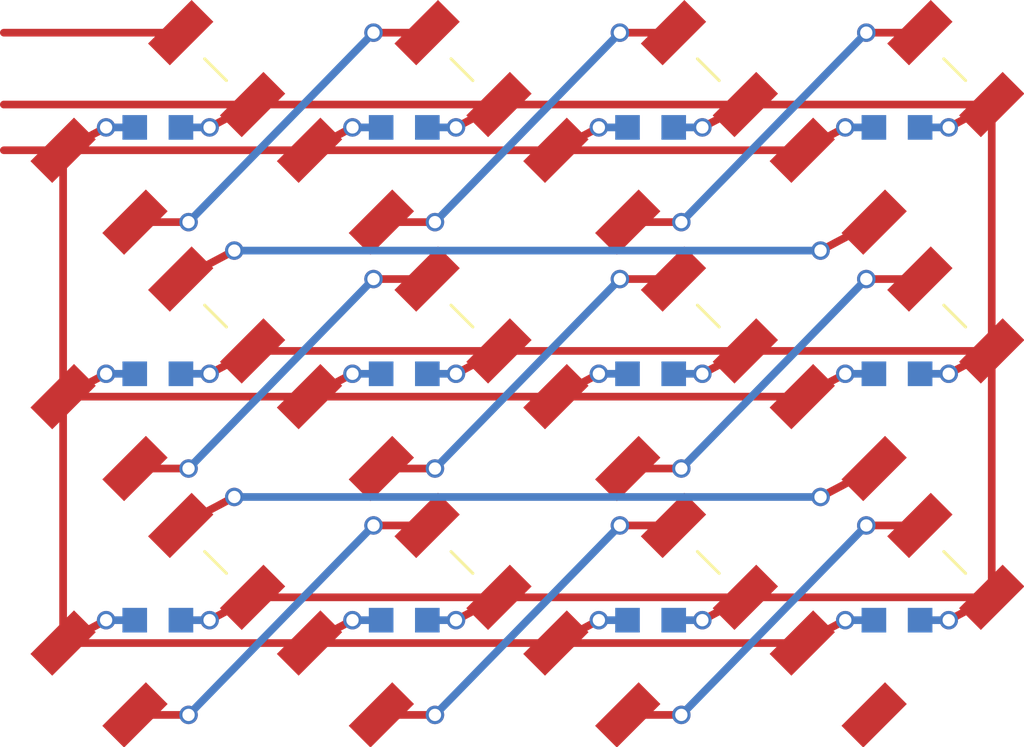
<source format=kicad_pcb>
(kicad_pcb (version 4) (host pcbnew 4.0.7-e2-6376~58~ubuntu16.04.1)

  (general
    (links 0)
    (no_connects 0)
    (area 150 100 180 100)
    (thickness 1.6)
    (drawings 2)
    (tracks 0)
    (zones 0)
    (modules 0)
    (nets 28)
  )

  (page A4)
  (layers
    (0 F.Cu signal)
    (31 B.Cu signal)
    (32 B.Adhes user)
    (33 F.Adhes user)
    (34 B.Paste user)
    (35 F.Paste user)
    (36 B.SilkS user)
    (37 F.SilkS user)
    (38 B.Mask user)
    (39 F.Mask user)
    (40 Dwgs.User user)
    (41 Cmts.User user)
    (42 Eco1.User user)
    (43 Eco2.User user)
    (44 Edge.Cuts user)
    (45 Margin user)
    (46 B.CrtYd user)
    (47 F.CrtYd user)
    (48 B.Fab user)
    (49 F.Fab user)
  )

  (setup
    (last_trace_width 0.25)
    (trace_clearance 0.2)
    (zone_clearance 0.508)
    (zone_45_only no)
    (trace_min 0.2)
    (segment_width 0.2)
    (edge_width 0.15)
    (via_size 0.6)
    (via_drill 0.4)
    (via_min_size 0.4)
    (via_min_drill 0.3)
    (uvia_size 0.3)
    (uvia_drill 0.1)
    (uvias_allowed no)
    (uvia_min_size 0.2)
    (uvia_min_drill 0.1)
    (pcb_text_width 0.3)
    (pcb_text_size 1.5 1.5)
    (mod_edge_width 0.15)
    (mod_text_size 1 1)
    (mod_text_width 0.15)
    (pad_size 1.524 1.524)
    (pad_drill 0.762)
    (pad_to_mask_clearance 0.2)
    (aux_axis_origin 0 0)
    (visible_elements FFFFFF7F)
    (pcbplotparams
      (layerselection 0x00030_80000001)
      (usegerberextensions false)
      (excludeedgelayer true)
      (linewidth 0.150000)
      (plotframeref false)
      (viasonmask false)
      (mode 1)
      (useauxorigin false)
      (hpglpennumber 1)
      (hpglpenspeed 20)
      (hpglpendiameter 15)
      (hpglpenoverlay 2)
      (psnegative false)
      (psa4output false)
      (plotreference true)
      (plotvalue true)
      (plotinvisibletext false)
      (padsonsilk false)
      (subtractmaskfromsilk false)
      (outputformat 1)
      (mirror false)
      (drillshape 1)
      (scaleselection 1)
      (outputdirectory ""))
  )

  (net 0 "")
  (net 1 gnd)
  (net 2 vcc)
  (net 3 io00)
  (net 4 io01)
  (net 5 io02)
  (net 6 io03)
  (net 7 io04)
  (net 8 io05)
  (net 9 io06)
  (net 10 io07)
  (net 11 io08)
  (net 12 io09)
  (net 13 io10)
  (net 14 io11)
  (net 15 io12)
  (net 16 io13)
  (net 17 io14)
  (net 18 io15)
  (net 19 io16)
  (net 20 io17)
  (net 21 io18)
  (net 22 io19)
  (net 23 io20)
  (net 24 io21)
  (net 25 io22)
  (net 26 io23)
  (net 27 io24)

  (net_class Default "This is the default net class."
    (clearance 0.2)
    (trace_width 0.25)
    (via_dia 0.6)
    (via_drill 0.4)
    (uvia_dia 0.3)
    (uvia_drill 0.1)
  )

(module 00_my_modules:WS2812b (layer F.Cu) (tedit 5EB4DDC7) (tstamp 5EB4E6F6)
  (at  150.00000  100.00000 45)
  (fp_line (start -2.5 -2.5) (end 2.5 -2.5) (layer F.CrtYd) (width 0.01))
  (fp_line (start -2.5 2.5) (end 2.5 2.5) (layer F.CrtYd) (width 0.01))
  (fp_line (start -2.5 -2.5) (end -2.5 2.5) (layer F.CrtYd) (width 0.01))
  (fp_line (start 2.5 -2.5) (end 2.5 2.5) (layer F.CrtYd) (width 0.01))
  (fp_line (start 1.5 2.5) (end 2.5 1.5) (layer F.CrtYd) (width 0.01))
  (fp_line (start 2.65 0.5) (end 2.65 -0.5) (layer F.SilkS) (width 0.1))
  (pad VCC smd rect (at -2.7 -1.65 45) (size 2 1) (layers F.Cu F.Paste F.Mask)  (net 2 vcc))
  (pad OUT smd rect (at -2.7 1.65 45) (size 2 1) (layers F.Cu F.Paste F.Mask)(net 4 io01))
  (pad GND smd rect (at 2.7 1.65 45) (size 2 1) (layers F.Cu F.Paste F.Mask)  (net 1 gnd))
  (pad IN smd rect (at 2.7 -1.65 45) (size 2 1) (layers F.Cu F.Paste F.Mask)(net 3 io00))
)
(module 00_my_modules:C_0603 (layer B.Cu) (tedit 5415CC62) (tstamp 5EB4EA02)
  (at  150.00000  100.00000)
  (fp_line (start -1.2 0.45) (end 1.2 0.45) (layer B.CrtYd) (width 0.01))
  (fp_line (start -1.2 -0.45) (end 1.2 -0.45) (layer B.CrtYd) (width 0.01))
  (fp_line (start -1.2 0.45) (end -1.2 -0.45) (layer B.CrtYd) (width 0.01))
  (fp_line (start 1.2 0.45) (end 1.2 -0.45) (layer B.CrtYd) (width 0.01))
  (pad VCC smd rect (at -0.75 0) (size 0.8 0.8) (layers B.Cu B.Paste B.Mask)(net 2 vcc))
  (pad GND smd rect (at 0.75 0) (size 0.8 0.8) (layers B.Cu B.Paste B.Mask)(net 1 gnd))
)
(segment (start  150.75000  100.00000) (end  151.68000  100.00000) (width 0.25) (layer B.Cu) (net 1))
(via (at  151.68000  100.00000) (size 0.6) (drill 0.4) (layers F.Cu B.Cu) (net 1))
(segment (start  149.25000  100.00000) (end  148.32000  100.00000) (width 0.25) (layer B.Cu) (net 2))
(via (at  148.32000  100.00000) (size 0.6) (drill 0.4) (layers F.Cu B.Cu) (net 2))
(segment (start  148.32000  100.00000) (end  146.92409  100.74246) (width 0.25) (layer F.Cu) (net 2))
(segment (start  151.68000  100.00000) (end  153.07591   99.25754) (width 0.25) (layer F.Cu) (net 1))
(segment (start  146.92409  100.74246) (end  145.00000  100.74246) (width 0.25) (layer F.Cu) (net 2))
(segment (start  153.07591   99.25754) (end  145.00000   99.25754) (width 0.25) (layer F.Cu) (net 1))
(segment (start  150.74246   96.92409) (end  145.00000   96.92409) (width 0.25) (layer F.Cu) (net 1))
(segment (start  146.92409  100.74246) (end  146.92409  108.74246) (width 0.25) (layer F.Cu) (net 2))
(segment (start  146.92409  100.74246) (end  154.92409  100.74246) (width 0.25) (layer F.Cu) (net 2))
(segment (start  153.07591   99.25754) (end  161.07591   99.25754) (width 0.25) (layer F.Cu) (net 1))
(segment (start  149.25754  103.07591) (end  150.99754  103.07591) (width 0.25) (layer F.Cu) (net 1))
(via (at  150.99754  103.07591) (size 0.6) (drill 0.4) (layers F.Cu B.Cu)(net 1))
(segment (start  158.74246   96.92409) (end  157.00246   96.92409) (width 0.25) (layer F.Cu)(net 1))
(via (at  157.00246   96.92409) (size 0.6) (drill 0.4) (layers F.Cu B.Cu)(net 1))
(segment (start  150.99754  103.07591) (end  157.00246   96.92409) (width 0.25) (layer B.Cu)(net 1))
(module 00_my_modules:WS2812b (layer F.Cu) (tedit 5EB4DDC7) (tstamp 5EB4E6F6)
  (at  158.00000  100.00000 45)
  (fp_line (start -2.5 -2.5) (end 2.5 -2.5) (layer F.CrtYd) (width 0.01))
  (fp_line (start -2.5 2.5) (end 2.5 2.5) (layer F.CrtYd) (width 0.01))
  (fp_line (start -2.5 -2.5) (end -2.5 2.5) (layer F.CrtYd) (width 0.01))
  (fp_line (start 2.5 -2.5) (end 2.5 2.5) (layer F.CrtYd) (width 0.01))
  (fp_line (start 1.5 2.5) (end 2.5 1.5) (layer F.CrtYd) (width 0.01))
  (fp_line (start 2.65 0.5) (end 2.65 -0.5) (layer F.SilkS) (width 0.1))
  (pad VCC smd rect (at -2.7 -1.65 45) (size 2 1) (layers F.Cu F.Paste F.Mask)  (net 2 vcc))
  (pad OUT smd rect (at -2.7 1.65 45) (size 2 1) (layers F.Cu F.Paste F.Mask)(net 5 io02))
  (pad GND smd rect (at 2.7 1.65 45) (size 2 1) (layers F.Cu F.Paste F.Mask)  (net 1 gnd))
  (pad IN smd rect (at 2.7 -1.65 45) (size 2 1) (layers F.Cu F.Paste F.Mask)(net 4 io01))
)
(module 00_my_modules:C_0603 (layer B.Cu) (tedit 5415CC62) (tstamp 5EB4EA02)
  (at  158.00000  100.00000)
  (fp_line (start -1.2 0.45) (end 1.2 0.45) (layer B.CrtYd) (width 0.01))
  (fp_line (start -1.2 -0.45) (end 1.2 -0.45) (layer B.CrtYd) (width 0.01))
  (fp_line (start -1.2 0.45) (end -1.2 -0.45) (layer B.CrtYd) (width 0.01))
  (fp_line (start 1.2 0.45) (end 1.2 -0.45) (layer B.CrtYd) (width 0.01))
  (pad VCC smd rect (at -0.75 0) (size 0.8 0.8) (layers B.Cu B.Paste B.Mask)(net 2 vcc))
  (pad GND smd rect (at 0.75 0) (size 0.8 0.8) (layers B.Cu B.Paste B.Mask)(net 1 gnd))
)
(segment (start  158.75000  100.00000) (end  159.68000  100.00000) (width 0.25) (layer B.Cu) (net 1))
(via (at  159.68000  100.00000) (size 0.6) (drill 0.4) (layers F.Cu B.Cu) (net 1))
(segment (start  157.25000  100.00000) (end  156.32000  100.00000) (width 0.25) (layer B.Cu) (net 2))
(via (at  156.32000  100.00000) (size 0.6) (drill 0.4) (layers F.Cu B.Cu) (net 2))
(segment (start  156.32000  100.00000) (end  154.92409  100.74246) (width 0.25) (layer F.Cu) (net 2))
(segment (start  159.68000  100.00000) (end  161.07591   99.25754) (width 0.25) (layer F.Cu) (net 1))
(segment (start  154.92409  100.74246) (end  162.92409  100.74246) (width 0.25) (layer F.Cu) (net 2))
(segment (start  161.07591   99.25754) (end  169.07591   99.25754) (width 0.25) (layer F.Cu) (net 1))
(segment (start  157.25754  103.07591) (end  158.99754  103.07591) (width 0.25) (layer F.Cu) (net 2))
(via (at  158.99754  103.07591) (size 0.6) (drill 0.4) (layers F.Cu B.Cu)(net 2))
(segment (start  166.74246   96.92409) (end  165.00246   96.92409) (width 0.25) (layer F.Cu)(net 2))
(via (at  165.00246   96.92409) (size 0.6) (drill 0.4) (layers F.Cu B.Cu)(net 2))
(segment (start  158.99754  103.07591) (end  165.00246   96.92409) (width 0.25) (layer B.Cu)(net 2))
(module 00_my_modules:WS2812b (layer F.Cu) (tedit 5EB4DDC7) (tstamp 5EB4E6F6)
  (at  166.00000  100.00000 45)
  (fp_line (start -2.5 -2.5) (end 2.5 -2.5) (layer F.CrtYd) (width 0.01))
  (fp_line (start -2.5 2.5) (end 2.5 2.5) (layer F.CrtYd) (width 0.01))
  (fp_line (start -2.5 -2.5) (end -2.5 2.5) (layer F.CrtYd) (width 0.01))
  (fp_line (start 2.5 -2.5) (end 2.5 2.5) (layer F.CrtYd) (width 0.01))
  (fp_line (start 1.5 2.5) (end 2.5 1.5) (layer F.CrtYd) (width 0.01))
  (fp_line (start 2.65 0.5) (end 2.65 -0.5) (layer F.SilkS) (width 0.1))
  (pad VCC smd rect (at -2.7 -1.65 45) (size 2 1) (layers F.Cu F.Paste F.Mask)  (net 2 vcc))
  (pad OUT smd rect (at -2.7 1.65 45) (size 2 1) (layers F.Cu F.Paste F.Mask)(net 6 io03))
  (pad GND smd rect (at 2.7 1.65 45) (size 2 1) (layers F.Cu F.Paste F.Mask)  (net 1 gnd))
  (pad IN smd rect (at 2.7 -1.65 45) (size 2 1) (layers F.Cu F.Paste F.Mask)(net 5 io02))
)
(module 00_my_modules:C_0603 (layer B.Cu) (tedit 5415CC62) (tstamp 5EB4EA02)
  (at  166.00000  100.00000)
  (fp_line (start -1.2 0.45) (end 1.2 0.45) (layer B.CrtYd) (width 0.01))
  (fp_line (start -1.2 -0.45) (end 1.2 -0.45) (layer B.CrtYd) (width 0.01))
  (fp_line (start -1.2 0.45) (end -1.2 -0.45) (layer B.CrtYd) (width 0.01))
  (fp_line (start 1.2 0.45) (end 1.2 -0.45) (layer B.CrtYd) (width 0.01))
  (pad VCC smd rect (at -0.75 0) (size 0.8 0.8) (layers B.Cu B.Paste B.Mask)(net 2 vcc))
  (pad GND smd rect (at 0.75 0) (size 0.8 0.8) (layers B.Cu B.Paste B.Mask)(net 1 gnd))
)
(segment (start  166.75000  100.00000) (end  167.68000  100.00000) (width 0.25) (layer B.Cu) (net 1))
(via (at  167.68000  100.00000) (size 0.6) (drill 0.4) (layers F.Cu B.Cu) (net 1))
(segment (start  165.25000  100.00000) (end  164.32000  100.00000) (width 0.25) (layer B.Cu) (net 2))
(via (at  164.32000  100.00000) (size 0.6) (drill 0.4) (layers F.Cu B.Cu) (net 2))
(segment (start  164.32000  100.00000) (end  162.92409  100.74246) (width 0.25) (layer F.Cu) (net 2))
(segment (start  167.68000  100.00000) (end  169.07591   99.25754) (width 0.25) (layer F.Cu) (net 1))
(segment (start  162.92409  100.74246) (end  170.92409  100.74246) (width 0.25) (layer F.Cu) (net 2))
(segment (start  169.07591   99.25754) (end  177.07591   99.25754) (width 0.25) (layer F.Cu) (net 1))
(segment (start  165.25754  103.07591) (end  166.99754  103.07591) (width 0.25) (layer F.Cu) (net 3))
(via (at  166.99754  103.07591) (size 0.6) (drill 0.4) (layers F.Cu B.Cu)(net 3))
(segment (start  174.74246   96.92409) (end  173.00246   96.92409) (width 0.25) (layer F.Cu)(net 3))
(via (at  173.00246   96.92409) (size 0.6) (drill 0.4) (layers F.Cu B.Cu)(net 3))
(segment (start  166.99754  103.07591) (end  173.00246   96.92409) (width 0.25) (layer B.Cu)(net 3))
(module 00_my_modules:WS2812b (layer F.Cu) (tedit 5EB4DDC7) (tstamp 5EB4E6F6)
  (at  174.00000  100.00000 45)
  (fp_line (start -2.5 -2.5) (end 2.5 -2.5) (layer F.CrtYd) (width 0.01))
  (fp_line (start -2.5 2.5) (end 2.5 2.5) (layer F.CrtYd) (width 0.01))
  (fp_line (start -2.5 -2.5) (end -2.5 2.5) (layer F.CrtYd) (width 0.01))
  (fp_line (start 2.5 -2.5) (end 2.5 2.5) (layer F.CrtYd) (width 0.01))
  (fp_line (start 1.5 2.5) (end 2.5 1.5) (layer F.CrtYd) (width 0.01))
  (fp_line (start 2.65 0.5) (end 2.65 -0.5) (layer F.SilkS) (width 0.1))
  (pad VCC smd rect (at -2.7 -1.65 45) (size 2 1) (layers F.Cu F.Paste F.Mask)  (net 2 vcc))
  (pad OUT smd rect (at -2.7 1.65 45) (size 2 1) (layers F.Cu F.Paste F.Mask)(net 7 io04))
  (pad GND smd rect (at 2.7 1.65 45) (size 2 1) (layers F.Cu F.Paste F.Mask)  (net 1 gnd))
  (pad IN smd rect (at 2.7 -1.65 45) (size 2 1) (layers F.Cu F.Paste F.Mask)(net 6 io03))
)
(module 00_my_modules:C_0603 (layer B.Cu) (tedit 5415CC62) (tstamp 5EB4EA02)
  (at  174.00000  100.00000)
  (fp_line (start -1.2 0.45) (end 1.2 0.45) (layer B.CrtYd) (width 0.01))
  (fp_line (start -1.2 -0.45) (end 1.2 -0.45) (layer B.CrtYd) (width 0.01))
  (fp_line (start -1.2 0.45) (end -1.2 -0.45) (layer B.CrtYd) (width 0.01))
  (fp_line (start 1.2 0.45) (end 1.2 -0.45) (layer B.CrtYd) (width 0.01))
  (pad VCC smd rect (at -0.75 0) (size 0.8 0.8) (layers B.Cu B.Paste B.Mask)(net 2 vcc))
  (pad GND smd rect (at 0.75 0) (size 0.8 0.8) (layers B.Cu B.Paste B.Mask)(net 1 gnd))
)
(segment (start  174.75000  100.00000) (end  175.68000  100.00000) (width 0.25) (layer B.Cu) (net 1))
(via (at  175.68000  100.00000) (size 0.6) (drill 0.4) (layers F.Cu B.Cu) (net 1))
(segment (start  173.25000  100.00000) (end  172.32000  100.00000) (width 0.25) (layer B.Cu) (net 2))
(via (at  172.32000  100.00000) (size 0.6) (drill 0.4) (layers F.Cu B.Cu) (net 2))
(segment (start  172.32000  100.00000) (end  170.92409  100.74246) (width 0.25) (layer F.Cu) (net 2))
(segment (start  175.68000  100.00000) (end  177.07591   99.25754) (width 0.25) (layer F.Cu) (net 1))
(segment (start  177.07591   99.25754) (end  177.07591  107.25754) (width 0.25) (layer F.Cu) (net 1))
(module 00_my_modules:WS2812b (layer F.Cu) (tedit 5EB4DDC7) (tstamp 5EB4E6F6)
  (at  150.00000  108.00000 45)
  (fp_line (start -2.5 -2.5) (end 2.5 -2.5) (layer F.CrtYd) (width 0.01))
  (fp_line (start -2.5 2.5) (end 2.5 2.5) (layer F.CrtYd) (width 0.01))
  (fp_line (start -2.5 -2.5) (end -2.5 2.5) (layer F.CrtYd) (width 0.01))
  (fp_line (start 2.5 -2.5) (end 2.5 2.5) (layer F.CrtYd) (width 0.01))
  (fp_line (start 1.5 2.5) (end 2.5 1.5) (layer F.CrtYd) (width 0.01))
  (fp_line (start 2.65 0.5) (end 2.65 -0.5) (layer F.SilkS) (width 0.1))
  (pad VCC smd rect (at -2.7 -1.65 45) (size 2 1) (layers F.Cu F.Paste F.Mask)  (net 2 vcc))
  (pad OUT smd rect (at -2.7 1.65 45) (size 2 1) (layers F.Cu F.Paste F.Mask)(net 8 io05))
  (pad GND smd rect (at 2.7 1.65 45) (size 2 1) (layers F.Cu F.Paste F.Mask)  (net 1 gnd))
  (pad IN smd rect (at 2.7 -1.65 45) (size 2 1) (layers F.Cu F.Paste F.Mask)(net 7 io04))
)
(module 00_my_modules:C_0603 (layer B.Cu) (tedit 5415CC62) (tstamp 5EB4EA02)
  (at  150.00000  108.00000)
  (fp_line (start -1.2 0.45) (end 1.2 0.45) (layer B.CrtYd) (width 0.01))
  (fp_line (start -1.2 -0.45) (end 1.2 -0.45) (layer B.CrtYd) (width 0.01))
  (fp_line (start -1.2 0.45) (end -1.2 -0.45) (layer B.CrtYd) (width 0.01))
  (fp_line (start 1.2 0.45) (end 1.2 -0.45) (layer B.CrtYd) (width 0.01))
  (pad VCC smd rect (at -0.75 0) (size 0.8 0.8) (layers B.Cu B.Paste B.Mask)(net 2 vcc))
  (pad GND smd rect (at 0.75 0) (size 0.8 0.8) (layers B.Cu B.Paste B.Mask)(net 1 gnd))
)
(segment (start  150.75000  108.00000) (end  151.68000  108.00000) (width 0.25) (layer B.Cu) (net 1))
(via (at  151.68000  108.00000) (size 0.6) (drill 0.4) (layers F.Cu B.Cu) (net 1))
(segment (start  149.25000  108.00000) (end  148.32000  108.00000) (width 0.25) (layer B.Cu) (net 2))
(via (at  148.32000  108.00000) (size 0.6) (drill 0.4) (layers F.Cu B.Cu) (net 2))
(segment (start  148.32000  108.00000) (end  146.92409  108.74246) (width 0.25) (layer F.Cu) (net 2))
(segment (start  151.68000  108.00000) (end  153.07591  107.25754) (width 0.25) (layer F.Cu) (net 1))
(segment (start  152.48246  104.00000) (end  150.74246  104.92409) (width 0.25) (layer F.Cu) (net 5))
(via (at  152.48246  104.00000) (size 0.6) (drill 0.4) (layers F.Cu B.Cu)(net 5))
(segment (start  171.51754  104.00000) (end  173.25754  103.07591) (width 0.25) (layer F.Cu) (net 5))
(via (at  171.51754  104.00000) (size 0.6) (drill 0.4) (layers F.Cu B.Cu)(net 5))
(segment (start  152.48246  104.00000) (end  171.51754  104.00000) (width 0.25) (layer B.Cu) (net 5))
(segment (start  146.92409  108.74246) (end  146.92409  116.74246) (width 0.25) (layer F.Cu) (net 2))
(segment (start  146.92409  108.74246) (end  154.92409  108.74246) (width 0.25) (layer F.Cu) (net 2))
(segment (start  153.07591  107.25754) (end  161.07591  107.25754) (width 0.25) (layer F.Cu) (net 1))
(segment (start  149.25754  111.07591) (end  150.99754  111.07591) (width 0.25) (layer F.Cu) (net 5))
(via (at  150.99754  111.07591) (size 0.6) (drill 0.4) (layers F.Cu B.Cu)(net 5))
(segment (start  158.74246  104.92409) (end  157.00246  104.92409) (width 0.25) (layer F.Cu)(net 5))
(via (at  157.00246  104.92409) (size 0.6) (drill 0.4) (layers F.Cu B.Cu)(net 5))
(segment (start  150.99754  111.07591) (end  157.00246  104.92409) (width 0.25) (layer B.Cu)(net 5))
(module 00_my_modules:WS2812b (layer F.Cu) (tedit 5EB4DDC7) (tstamp 5EB4E6F6)
  (at  158.00000  108.00000 45)
  (fp_line (start -2.5 -2.5) (end 2.5 -2.5) (layer F.CrtYd) (width 0.01))
  (fp_line (start -2.5 2.5) (end 2.5 2.5) (layer F.CrtYd) (width 0.01))
  (fp_line (start -2.5 -2.5) (end -2.5 2.5) (layer F.CrtYd) (width 0.01))
  (fp_line (start 2.5 -2.5) (end 2.5 2.5) (layer F.CrtYd) (width 0.01))
  (fp_line (start 1.5 2.5) (end 2.5 1.5) (layer F.CrtYd) (width 0.01))
  (fp_line (start 2.65 0.5) (end 2.65 -0.5) (layer F.SilkS) (width 0.1))
  (pad VCC smd rect (at -2.7 -1.65 45) (size 2 1) (layers F.Cu F.Paste F.Mask)  (net 2 vcc))
  (pad OUT smd rect (at -2.7 1.65 45) (size 2 1) (layers F.Cu F.Paste F.Mask)(net 9 io06))
  (pad GND smd rect (at 2.7 1.65 45) (size 2 1) (layers F.Cu F.Paste F.Mask)  (net 1 gnd))
  (pad IN smd rect (at 2.7 -1.65 45) (size 2 1) (layers F.Cu F.Paste F.Mask)(net 8 io05))
)
(module 00_my_modules:C_0603 (layer B.Cu) (tedit 5415CC62) (tstamp 5EB4EA02)
  (at  158.00000  108.00000)
  (fp_line (start -1.2 0.45) (end 1.2 0.45) (layer B.CrtYd) (width 0.01))
  (fp_line (start -1.2 -0.45) (end 1.2 -0.45) (layer B.CrtYd) (width 0.01))
  (fp_line (start -1.2 0.45) (end -1.2 -0.45) (layer B.CrtYd) (width 0.01))
  (fp_line (start 1.2 0.45) (end 1.2 -0.45) (layer B.CrtYd) (width 0.01))
  (pad VCC smd rect (at -0.75 0) (size 0.8 0.8) (layers B.Cu B.Paste B.Mask)(net 2 vcc))
  (pad GND smd rect (at 0.75 0) (size 0.8 0.8) (layers B.Cu B.Paste B.Mask)(net 1 gnd))
)
(segment (start  158.75000  108.00000) (end  159.68000  108.00000) (width 0.25) (layer B.Cu) (net 1))
(via (at  159.68000  108.00000) (size 0.6) (drill 0.4) (layers F.Cu B.Cu) (net 1))
(segment (start  157.25000  108.00000) (end  156.32000  108.00000) (width 0.25) (layer B.Cu) (net 2))
(via (at  156.32000  108.00000) (size 0.6) (drill 0.4) (layers F.Cu B.Cu) (net 2))
(segment (start  156.32000  108.00000) (end  154.92409  108.74246) (width 0.25) (layer F.Cu) (net 2))
(segment (start  159.68000  108.00000) (end  161.07591  107.25754) (width 0.25) (layer F.Cu) (net 1))
(segment (start  154.92409  108.74246) (end  162.92409  108.74246) (width 0.25) (layer F.Cu) (net 2))
(segment (start  161.07591  107.25754) (end  169.07591  107.25754) (width 0.25) (layer F.Cu) (net 1))
(segment (start  157.25754  111.07591) (end  158.99754  111.07591) (width 0.25) (layer F.Cu) (net 6))
(via (at  158.99754  111.07591) (size 0.6) (drill 0.4) (layers F.Cu B.Cu)(net 6))
(segment (start  166.74246  104.92409) (end  165.00246  104.92409) (width 0.25) (layer F.Cu)(net 6))
(via (at  165.00246  104.92409) (size 0.6) (drill 0.4) (layers F.Cu B.Cu)(net 6))
(segment (start  158.99754  111.07591) (end  165.00246  104.92409) (width 0.25) (layer B.Cu)(net 6))
(module 00_my_modules:WS2812b (layer F.Cu) (tedit 5EB4DDC7) (tstamp 5EB4E6F6)
  (at  166.00000  108.00000 45)
  (fp_line (start -2.5 -2.5) (end 2.5 -2.5) (layer F.CrtYd) (width 0.01))
  (fp_line (start -2.5 2.5) (end 2.5 2.5) (layer F.CrtYd) (width 0.01))
  (fp_line (start -2.5 -2.5) (end -2.5 2.5) (layer F.CrtYd) (width 0.01))
  (fp_line (start 2.5 -2.5) (end 2.5 2.5) (layer F.CrtYd) (width 0.01))
  (fp_line (start 1.5 2.5) (end 2.5 1.5) (layer F.CrtYd) (width 0.01))
  (fp_line (start 2.65 0.5) (end 2.65 -0.5) (layer F.SilkS) (width 0.1))
  (pad VCC smd rect (at -2.7 -1.65 45) (size 2 1) (layers F.Cu F.Paste F.Mask)  (net 2 vcc))
  (pad OUT smd rect (at -2.7 1.65 45) (size 2 1) (layers F.Cu F.Paste F.Mask)(net 10 io07))
  (pad GND smd rect (at 2.7 1.65 45) (size 2 1) (layers F.Cu F.Paste F.Mask)  (net 1 gnd))
  (pad IN smd rect (at 2.7 -1.65 45) (size 2 1) (layers F.Cu F.Paste F.Mask)(net 9 io06))
)
(module 00_my_modules:C_0603 (layer B.Cu) (tedit 5415CC62) (tstamp 5EB4EA02)
  (at  166.00000  108.00000)
  (fp_line (start -1.2 0.45) (end 1.2 0.45) (layer B.CrtYd) (width 0.01))
  (fp_line (start -1.2 -0.45) (end 1.2 -0.45) (layer B.CrtYd) (width 0.01))
  (fp_line (start -1.2 0.45) (end -1.2 -0.45) (layer B.CrtYd) (width 0.01))
  (fp_line (start 1.2 0.45) (end 1.2 -0.45) (layer B.CrtYd) (width 0.01))
  (pad VCC smd rect (at -0.75 0) (size 0.8 0.8) (layers B.Cu B.Paste B.Mask)(net 2 vcc))
  (pad GND smd rect (at 0.75 0) (size 0.8 0.8) (layers B.Cu B.Paste B.Mask)(net 1 gnd))
)
(segment (start  166.75000  108.00000) (end  167.68000  108.00000) (width 0.25) (layer B.Cu) (net 1))
(via (at  167.68000  108.00000) (size 0.6) (drill 0.4) (layers F.Cu B.Cu) (net 1))
(segment (start  165.25000  108.00000) (end  164.32000  108.00000) (width 0.25) (layer B.Cu) (net 2))
(via (at  164.32000  108.00000) (size 0.6) (drill 0.4) (layers F.Cu B.Cu) (net 2))
(segment (start  164.32000  108.00000) (end  162.92409  108.74246) (width 0.25) (layer F.Cu) (net 2))
(segment (start  167.68000  108.00000) (end  169.07591  107.25754) (width 0.25) (layer F.Cu) (net 1))
(segment (start  162.92409  108.74246) (end  170.92409  108.74246) (width 0.25) (layer F.Cu) (net 2))
(segment (start  169.07591  107.25754) (end  177.07591  107.25754) (width 0.25) (layer F.Cu) (net 1))
(segment (start  165.25754  111.07591) (end  166.99754  111.07591) (width 0.25) (layer F.Cu) (net 7))
(via (at  166.99754  111.07591) (size 0.6) (drill 0.4) (layers F.Cu B.Cu)(net 7))
(segment (start  174.74246  104.92409) (end  173.00246  104.92409) (width 0.25) (layer F.Cu)(net 7))
(via (at  173.00246  104.92409) (size 0.6) (drill 0.4) (layers F.Cu B.Cu)(net 7))
(segment (start  166.99754  111.07591) (end  173.00246  104.92409) (width 0.25) (layer B.Cu)(net 7))
(module 00_my_modules:WS2812b (layer F.Cu) (tedit 5EB4DDC7) (tstamp 5EB4E6F6)
  (at  174.00000  108.00000 45)
  (fp_line (start -2.5 -2.5) (end 2.5 -2.5) (layer F.CrtYd) (width 0.01))
  (fp_line (start -2.5 2.5) (end 2.5 2.5) (layer F.CrtYd) (width 0.01))
  (fp_line (start -2.5 -2.5) (end -2.5 2.5) (layer F.CrtYd) (width 0.01))
  (fp_line (start 2.5 -2.5) (end 2.5 2.5) (layer F.CrtYd) (width 0.01))
  (fp_line (start 1.5 2.5) (end 2.5 1.5) (layer F.CrtYd) (width 0.01))
  (fp_line (start 2.65 0.5) (end 2.65 -0.5) (layer F.SilkS) (width 0.1))
  (pad VCC smd rect (at -2.7 -1.65 45) (size 2 1) (layers F.Cu F.Paste F.Mask)  (net 2 vcc))
  (pad OUT smd rect (at -2.7 1.65 45) (size 2 1) (layers F.Cu F.Paste F.Mask)(net 11 io08))
  (pad GND smd rect (at 2.7 1.65 45) (size 2 1) (layers F.Cu F.Paste F.Mask)  (net 1 gnd))
  (pad IN smd rect (at 2.7 -1.65 45) (size 2 1) (layers F.Cu F.Paste F.Mask)(net 10 io07))
)
(module 00_my_modules:C_0603 (layer B.Cu) (tedit 5415CC62) (tstamp 5EB4EA02)
  (at  174.00000  108.00000)
  (fp_line (start -1.2 0.45) (end 1.2 0.45) (layer B.CrtYd) (width 0.01))
  (fp_line (start -1.2 -0.45) (end 1.2 -0.45) (layer B.CrtYd) (width 0.01))
  (fp_line (start -1.2 0.45) (end -1.2 -0.45) (layer B.CrtYd) (width 0.01))
  (fp_line (start 1.2 0.45) (end 1.2 -0.45) (layer B.CrtYd) (width 0.01))
  (pad VCC smd rect (at -0.75 0) (size 0.8 0.8) (layers B.Cu B.Paste B.Mask)(net 2 vcc))
  (pad GND smd rect (at 0.75 0) (size 0.8 0.8) (layers B.Cu B.Paste B.Mask)(net 1 gnd))
)
(segment (start  174.75000  108.00000) (end  175.68000  108.00000) (width 0.25) (layer B.Cu) (net 1))
(via (at  175.68000  108.00000) (size 0.6) (drill 0.4) (layers F.Cu B.Cu) (net 1))
(segment (start  173.25000  108.00000) (end  172.32000  108.00000) (width 0.25) (layer B.Cu) (net 2))
(via (at  172.32000  108.00000) (size 0.6) (drill 0.4) (layers F.Cu B.Cu) (net 2))
(segment (start  172.32000  108.00000) (end  170.92409  108.74246) (width 0.25) (layer F.Cu) (net 2))
(segment (start  175.68000  108.00000) (end  177.07591  107.25754) (width 0.25) (layer F.Cu) (net 1))
(segment (start  177.07591  107.25754) (end  177.07591  115.25754) (width 0.25) (layer F.Cu) (net 1))
(module 00_my_modules:WS2812b (layer F.Cu) (tedit 5EB4DDC7) (tstamp 5EB4E6F6)
  (at  150.00000  116.00000 45)
  (fp_line (start -2.5 -2.5) (end 2.5 -2.5) (layer F.CrtYd) (width 0.01))
  (fp_line (start -2.5 2.5) (end 2.5 2.5) (layer F.CrtYd) (width 0.01))
  (fp_line (start -2.5 -2.5) (end -2.5 2.5) (layer F.CrtYd) (width 0.01))
  (fp_line (start 2.5 -2.5) (end 2.5 2.5) (layer F.CrtYd) (width 0.01))
  (fp_line (start 1.5 2.5) (end 2.5 1.5) (layer F.CrtYd) (width 0.01))
  (fp_line (start 2.65 0.5) (end 2.65 -0.5) (layer F.SilkS) (width 0.1))
  (pad VCC smd rect (at -2.7 -1.65 45) (size 2 1) (layers F.Cu F.Paste F.Mask)  (net 2 vcc))
  (pad OUT smd rect (at -2.7 1.65 45) (size 2 1) (layers F.Cu F.Paste F.Mask)(net 12 io09))
  (pad GND smd rect (at 2.7 1.65 45) (size 2 1) (layers F.Cu F.Paste F.Mask)  (net 1 gnd))
  (pad IN smd rect (at 2.7 -1.65 45) (size 2 1) (layers F.Cu F.Paste F.Mask)(net 11 io08))
)
(module 00_my_modules:C_0603 (layer B.Cu) (tedit 5415CC62) (tstamp 5EB4EA02)
  (at  150.00000  116.00000)
  (fp_line (start -1.2 0.45) (end 1.2 0.45) (layer B.CrtYd) (width 0.01))
  (fp_line (start -1.2 -0.45) (end 1.2 -0.45) (layer B.CrtYd) (width 0.01))
  (fp_line (start -1.2 0.45) (end -1.2 -0.45) (layer B.CrtYd) (width 0.01))
  (fp_line (start 1.2 0.45) (end 1.2 -0.45) (layer B.CrtYd) (width 0.01))
  (pad VCC smd rect (at -0.75 0) (size 0.8 0.8) (layers B.Cu B.Paste B.Mask)(net 2 vcc))
  (pad GND smd rect (at 0.75 0) (size 0.8 0.8) (layers B.Cu B.Paste B.Mask)(net 1 gnd))
)
(segment (start  150.75000  116.00000) (end  151.68000  116.00000) (width 0.25) (layer B.Cu) (net 1))
(via (at  151.68000  116.00000) (size 0.6) (drill 0.4) (layers F.Cu B.Cu) (net 1))
(segment (start  149.25000  116.00000) (end  148.32000  116.00000) (width 0.25) (layer B.Cu) (net 2))
(via (at  148.32000  116.00000) (size 0.6) (drill 0.4) (layers F.Cu B.Cu) (net 2))
(segment (start  148.32000  116.00000) (end  146.92409  116.74246) (width 0.25) (layer F.Cu) (net 2))
(segment (start  151.68000  116.00000) (end  153.07591  115.25754) (width 0.25) (layer F.Cu) (net 1))
(segment (start  152.48246  112.00000) (end  150.74246  112.92409) (width 0.25) (layer F.Cu) (net 9))
(via (at  152.48246  112.00000) (size 0.6) (drill 0.4) (layers F.Cu B.Cu)(net 9))
(segment (start  171.51754  112.00000) (end  173.25754  111.07591) (width 0.25) (layer F.Cu) (net 9))
(via (at  171.51754  112.00000) (size 0.6) (drill 0.4) (layers F.Cu B.Cu)(net 9))
(segment (start  152.48246  112.00000) (end  171.51754  112.00000) (width 0.25) (layer B.Cu) (net 9))
(segment (start  146.92409  116.74246) (end  154.92409  116.74246) (width 0.25) (layer F.Cu) (net 2))
(segment (start  153.07591  115.25754) (end  161.07591  115.25754) (width 0.25) (layer F.Cu) (net 1))
(segment (start  149.25754  119.07591) (end  150.99754  119.07591) (width 0.25) (layer F.Cu) (net 9))
(via (at  150.99754  119.07591) (size 0.6) (drill 0.4) (layers F.Cu B.Cu)(net 9))
(segment (start  158.74246  112.92409) (end  157.00246  112.92409) (width 0.25) (layer F.Cu)(net 9))
(via (at  157.00246  112.92409) (size 0.6) (drill 0.4) (layers F.Cu B.Cu)(net 9))
(segment (start  150.99754  119.07591) (end  157.00246  112.92409) (width 0.25) (layer B.Cu)(net 9))
(module 00_my_modules:WS2812b (layer F.Cu) (tedit 5EB4DDC7) (tstamp 5EB4E6F6)
  (at  158.00000  116.00000 45)
  (fp_line (start -2.5 -2.5) (end 2.5 -2.5) (layer F.CrtYd) (width 0.01))
  (fp_line (start -2.5 2.5) (end 2.5 2.5) (layer F.CrtYd) (width 0.01))
  (fp_line (start -2.5 -2.5) (end -2.5 2.5) (layer F.CrtYd) (width 0.01))
  (fp_line (start 2.5 -2.5) (end 2.5 2.5) (layer F.CrtYd) (width 0.01))
  (fp_line (start 1.5 2.5) (end 2.5 1.5) (layer F.CrtYd) (width 0.01))
  (fp_line (start 2.65 0.5) (end 2.65 -0.5) (layer F.SilkS) (width 0.1))
  (pad VCC smd rect (at -2.7 -1.65 45) (size 2 1) (layers F.Cu F.Paste F.Mask)  (net 2 vcc))
  (pad OUT smd rect (at -2.7 1.65 45) (size 2 1) (layers F.Cu F.Paste F.Mask)(net 13 io10))
  (pad GND smd rect (at 2.7 1.65 45) (size 2 1) (layers F.Cu F.Paste F.Mask)  (net 1 gnd))
  (pad IN smd rect (at 2.7 -1.65 45) (size 2 1) (layers F.Cu F.Paste F.Mask)(net 12 io09))
)
(module 00_my_modules:C_0603 (layer B.Cu) (tedit 5415CC62) (tstamp 5EB4EA02)
  (at  158.00000  116.00000)
  (fp_line (start -1.2 0.45) (end 1.2 0.45) (layer B.CrtYd) (width 0.01))
  (fp_line (start -1.2 -0.45) (end 1.2 -0.45) (layer B.CrtYd) (width 0.01))
  (fp_line (start -1.2 0.45) (end -1.2 -0.45) (layer B.CrtYd) (width 0.01))
  (fp_line (start 1.2 0.45) (end 1.2 -0.45) (layer B.CrtYd) (width 0.01))
  (pad VCC smd rect (at -0.75 0) (size 0.8 0.8) (layers B.Cu B.Paste B.Mask)(net 2 vcc))
  (pad GND smd rect (at 0.75 0) (size 0.8 0.8) (layers B.Cu B.Paste B.Mask)(net 1 gnd))
)
(segment (start  158.75000  116.00000) (end  159.68000  116.00000) (width 0.25) (layer B.Cu) (net 1))
(via (at  159.68000  116.00000) (size 0.6) (drill 0.4) (layers F.Cu B.Cu) (net 1))
(segment (start  157.25000  116.00000) (end  156.32000  116.00000) (width 0.25) (layer B.Cu) (net 2))
(via (at  156.32000  116.00000) (size 0.6) (drill 0.4) (layers F.Cu B.Cu) (net 2))
(segment (start  156.32000  116.00000) (end  154.92409  116.74246) (width 0.25) (layer F.Cu) (net 2))
(segment (start  159.68000  116.00000) (end  161.07591  115.25754) (width 0.25) (layer F.Cu) (net 1))
(segment (start  154.92409  116.74246) (end  162.92409  116.74246) (width 0.25) (layer F.Cu) (net 2))
(segment (start  161.07591  115.25754) (end  169.07591  115.25754) (width 0.25) (layer F.Cu) (net 1))
(segment (start  157.25754  119.07591) (end  158.99754  119.07591) (width 0.25) (layer F.Cu) (net 10))
(via (at  158.99754  119.07591) (size 0.6) (drill 0.4) (layers F.Cu B.Cu)(net 10))
(segment (start  166.74246  112.92409) (end  165.00246  112.92409) (width 0.25) (layer F.Cu)(net 10))
(via (at  165.00246  112.92409) (size 0.6) (drill 0.4) (layers F.Cu B.Cu)(net 10))
(segment (start  158.99754  119.07591) (end  165.00246  112.92409) (width 0.25) (layer B.Cu)(net 10))
(module 00_my_modules:WS2812b (layer F.Cu) (tedit 5EB4DDC7) (tstamp 5EB4E6F6)
  (at  166.00000  116.00000 45)
  (fp_line (start -2.5 -2.5) (end 2.5 -2.5) (layer F.CrtYd) (width 0.01))
  (fp_line (start -2.5 2.5) (end 2.5 2.5) (layer F.CrtYd) (width 0.01))
  (fp_line (start -2.5 -2.5) (end -2.5 2.5) (layer F.CrtYd) (width 0.01))
  (fp_line (start 2.5 -2.5) (end 2.5 2.5) (layer F.CrtYd) (width 0.01))
  (fp_line (start 1.5 2.5) (end 2.5 1.5) (layer F.CrtYd) (width 0.01))
  (fp_line (start 2.65 0.5) (end 2.65 -0.5) (layer F.SilkS) (width 0.1))
  (pad VCC smd rect (at -2.7 -1.65 45) (size 2 1) (layers F.Cu F.Paste F.Mask)  (net 2 vcc))
  (pad OUT smd rect (at -2.7 1.65 45) (size 2 1) (layers F.Cu F.Paste F.Mask)(net 14 io11))
  (pad GND smd rect (at 2.7 1.65 45) (size 2 1) (layers F.Cu F.Paste F.Mask)  (net 1 gnd))
  (pad IN smd rect (at 2.7 -1.65 45) (size 2 1) (layers F.Cu F.Paste F.Mask)(net 13 io10))
)
(module 00_my_modules:C_0603 (layer B.Cu) (tedit 5415CC62) (tstamp 5EB4EA02)
  (at  166.00000  116.00000)
  (fp_line (start -1.2 0.45) (end 1.2 0.45) (layer B.CrtYd) (width 0.01))
  (fp_line (start -1.2 -0.45) (end 1.2 -0.45) (layer B.CrtYd) (width 0.01))
  (fp_line (start -1.2 0.45) (end -1.2 -0.45) (layer B.CrtYd) (width 0.01))
  (fp_line (start 1.2 0.45) (end 1.2 -0.45) (layer B.CrtYd) (width 0.01))
  (pad VCC smd rect (at -0.75 0) (size 0.8 0.8) (layers B.Cu B.Paste B.Mask)(net 2 vcc))
  (pad GND smd rect (at 0.75 0) (size 0.8 0.8) (layers B.Cu B.Paste B.Mask)(net 1 gnd))
)
(segment (start  166.75000  116.00000) (end  167.68000  116.00000) (width 0.25) (layer B.Cu) (net 1))
(via (at  167.68000  116.00000) (size 0.6) (drill 0.4) (layers F.Cu B.Cu) (net 1))
(segment (start  165.25000  116.00000) (end  164.32000  116.00000) (width 0.25) (layer B.Cu) (net 2))
(via (at  164.32000  116.00000) (size 0.6) (drill 0.4) (layers F.Cu B.Cu) (net 2))
(segment (start  164.32000  116.00000) (end  162.92409  116.74246) (width 0.25) (layer F.Cu) (net 2))
(segment (start  167.68000  116.00000) (end  169.07591  115.25754) (width 0.25) (layer F.Cu) (net 1))
(segment (start  162.92409  116.74246) (end  170.92409  116.74246) (width 0.25) (layer F.Cu) (net 2))
(segment (start  169.07591  115.25754) (end  177.07591  115.25754) (width 0.25) (layer F.Cu) (net 1))
(segment (start  165.25754  119.07591) (end  166.99754  119.07591) (width 0.25) (layer F.Cu) (net 11))
(via (at  166.99754  119.07591) (size 0.6) (drill 0.4) (layers F.Cu B.Cu)(net 11))
(segment (start  174.74246  112.92409) (end  173.00246  112.92409) (width 0.25) (layer F.Cu)(net 11))
(via (at  173.00246  112.92409) (size 0.6) (drill 0.4) (layers F.Cu B.Cu)(net 11))
(segment (start  166.99754  119.07591) (end  173.00246  112.92409) (width 0.25) (layer B.Cu)(net 11))
(module 00_my_modules:WS2812b (layer F.Cu) (tedit 5EB4DDC7) (tstamp 5EB4E6F6)
  (at  174.00000  116.00000 45)
  (fp_line (start -2.5 -2.5) (end 2.5 -2.5) (layer F.CrtYd) (width 0.01))
  (fp_line (start -2.5 2.5) (end 2.5 2.5) (layer F.CrtYd) (width 0.01))
  (fp_line (start -2.5 -2.5) (end -2.5 2.5) (layer F.CrtYd) (width 0.01))
  (fp_line (start 2.5 -2.5) (end 2.5 2.5) (layer F.CrtYd) (width 0.01))
  (fp_line (start 1.5 2.5) (end 2.5 1.5) (layer F.CrtYd) (width 0.01))
  (fp_line (start 2.65 0.5) (end 2.65 -0.5) (layer F.SilkS) (width 0.1))
  (pad VCC smd rect (at -2.7 -1.65 45) (size 2 1) (layers F.Cu F.Paste F.Mask)  (net 2 vcc))
  (pad OUT smd rect (at -2.7 1.65 45) (size 2 1) (layers F.Cu F.Paste F.Mask)(net 15 io12))
  (pad GND smd rect (at 2.7 1.65 45) (size 2 1) (layers F.Cu F.Paste F.Mask)  (net 1 gnd))
  (pad IN smd rect (at 2.7 -1.65 45) (size 2 1) (layers F.Cu F.Paste F.Mask)(net 14 io11))
)
(module 00_my_modules:C_0603 (layer B.Cu) (tedit 5415CC62) (tstamp 5EB4EA02)
  (at  174.00000  116.00000)
  (fp_line (start -1.2 0.45) (end 1.2 0.45) (layer B.CrtYd) (width 0.01))
  (fp_line (start -1.2 -0.45) (end 1.2 -0.45) (layer B.CrtYd) (width 0.01))
  (fp_line (start -1.2 0.45) (end -1.2 -0.45) (layer B.CrtYd) (width 0.01))
  (fp_line (start 1.2 0.45) (end 1.2 -0.45) (layer B.CrtYd) (width 0.01))
  (pad VCC smd rect (at -0.75 0) (size 0.8 0.8) (layers B.Cu B.Paste B.Mask)(net 2 vcc))
  (pad GND smd rect (at 0.75 0) (size 0.8 0.8) (layers B.Cu B.Paste B.Mask)(net 1 gnd))
)
(segment (start  174.75000  116.00000) (end  175.68000  116.00000) (width 0.25) (layer B.Cu) (net 1))
(via (at  175.68000  116.00000) (size 0.6) (drill 0.4) (layers F.Cu B.Cu) (net 1))
(segment (start  173.25000  116.00000) (end  172.32000  116.00000) (width 0.25) (layer B.Cu) (net 2))
(via (at  172.32000  116.00000) (size 0.6) (drill 0.4) (layers F.Cu B.Cu) (net 2))
(segment (start  172.32000  116.00000) (end  170.92409  116.74246) (width 0.25) (layer F.Cu) (net 2))
(segment (start  175.68000  116.00000) (end  177.07591  115.25754) (width 0.25) (layer F.Cu) (net 1))

)

</source>
